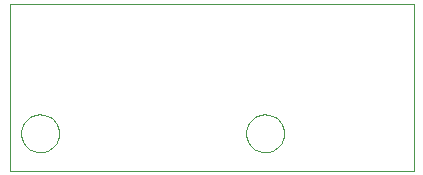
<source format=gbr>
G75*
G70*
%OFA0B0*%
%FSLAX24Y24*%
%IPPOS*%
%LPD*%
%AMOC8*
5,1,8,0,0,1.08239X$1,22.5*
%
%ADD10C,0.0000*%
D10*
X000101Y000254D02*
X000101Y005803D01*
X013550Y005803D01*
X013550Y000254D01*
X000101Y000254D01*
X000471Y001504D02*
X000473Y001554D01*
X000479Y001604D01*
X000489Y001653D01*
X000503Y001701D01*
X000520Y001748D01*
X000541Y001793D01*
X000566Y001837D01*
X000594Y001878D01*
X000626Y001917D01*
X000660Y001954D01*
X000697Y001988D01*
X000737Y002018D01*
X000779Y002045D01*
X000823Y002069D01*
X000869Y002090D01*
X000916Y002106D01*
X000964Y002119D01*
X001014Y002128D01*
X001063Y002133D01*
X001114Y002134D01*
X001164Y002131D01*
X001213Y002124D01*
X001262Y002113D01*
X001310Y002098D01*
X001356Y002080D01*
X001401Y002058D01*
X001444Y002032D01*
X001485Y002003D01*
X001524Y001971D01*
X001560Y001936D01*
X001592Y001898D01*
X001622Y001858D01*
X001649Y001815D01*
X001672Y001771D01*
X001691Y001725D01*
X001707Y001677D01*
X001719Y001628D01*
X001727Y001579D01*
X001731Y001529D01*
X001731Y001479D01*
X001727Y001429D01*
X001719Y001380D01*
X001707Y001331D01*
X001691Y001283D01*
X001672Y001237D01*
X001649Y001193D01*
X001622Y001150D01*
X001592Y001110D01*
X001560Y001072D01*
X001524Y001037D01*
X001485Y001005D01*
X001444Y000976D01*
X001401Y000950D01*
X001356Y000928D01*
X001310Y000910D01*
X001262Y000895D01*
X001213Y000884D01*
X001164Y000877D01*
X001114Y000874D01*
X001063Y000875D01*
X001014Y000880D01*
X000964Y000889D01*
X000916Y000902D01*
X000869Y000918D01*
X000823Y000939D01*
X000779Y000963D01*
X000737Y000990D01*
X000697Y001020D01*
X000660Y001054D01*
X000626Y001091D01*
X000594Y001130D01*
X000566Y001171D01*
X000541Y001215D01*
X000520Y001260D01*
X000503Y001307D01*
X000489Y001355D01*
X000479Y001404D01*
X000473Y001454D01*
X000471Y001504D01*
X007971Y001504D02*
X007973Y001554D01*
X007979Y001604D01*
X007989Y001653D01*
X008003Y001701D01*
X008020Y001748D01*
X008041Y001793D01*
X008066Y001837D01*
X008094Y001878D01*
X008126Y001917D01*
X008160Y001954D01*
X008197Y001988D01*
X008237Y002018D01*
X008279Y002045D01*
X008323Y002069D01*
X008369Y002090D01*
X008416Y002106D01*
X008464Y002119D01*
X008514Y002128D01*
X008563Y002133D01*
X008614Y002134D01*
X008664Y002131D01*
X008713Y002124D01*
X008762Y002113D01*
X008810Y002098D01*
X008856Y002080D01*
X008901Y002058D01*
X008944Y002032D01*
X008985Y002003D01*
X009024Y001971D01*
X009060Y001936D01*
X009092Y001898D01*
X009122Y001858D01*
X009149Y001815D01*
X009172Y001771D01*
X009191Y001725D01*
X009207Y001677D01*
X009219Y001628D01*
X009227Y001579D01*
X009231Y001529D01*
X009231Y001479D01*
X009227Y001429D01*
X009219Y001380D01*
X009207Y001331D01*
X009191Y001283D01*
X009172Y001237D01*
X009149Y001193D01*
X009122Y001150D01*
X009092Y001110D01*
X009060Y001072D01*
X009024Y001037D01*
X008985Y001005D01*
X008944Y000976D01*
X008901Y000950D01*
X008856Y000928D01*
X008810Y000910D01*
X008762Y000895D01*
X008713Y000884D01*
X008664Y000877D01*
X008614Y000874D01*
X008563Y000875D01*
X008514Y000880D01*
X008464Y000889D01*
X008416Y000902D01*
X008369Y000918D01*
X008323Y000939D01*
X008279Y000963D01*
X008237Y000990D01*
X008197Y001020D01*
X008160Y001054D01*
X008126Y001091D01*
X008094Y001130D01*
X008066Y001171D01*
X008041Y001215D01*
X008020Y001260D01*
X008003Y001307D01*
X007989Y001355D01*
X007979Y001404D01*
X007973Y001454D01*
X007971Y001504D01*
M02*

</source>
